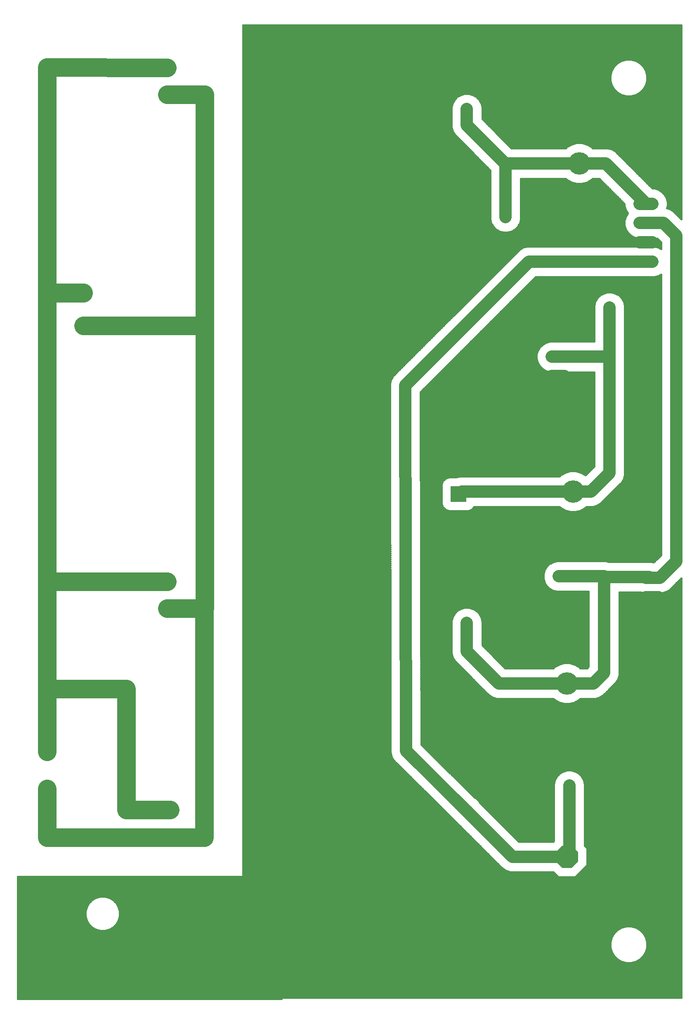
<source format=gbl>
G75*
%MOIN*%
%OFA0B0*%
%FSLAX25Y25*%
%IPPOS*%
%LPD*%
%AMOC8*
5,1,8,0,0,1.08239X$1,22.5*
%
%ADD10C,0.18100*%
%ADD11OC8,0.18100*%
%ADD12C,0.10000*%
%ADD13OC8,0.05200*%
%ADD14R,0.06496X0.06496*%
%ADD15C,0.06496*%
%ADD16R,0.12661X0.12661*%
%ADD17C,0.12661*%
%ADD18OC8,0.05600*%
%ADD19C,0.10039*%
%ADD20C,0.15000*%
%ADD21C,0.01600*%
D10*
X0458371Y0083800D03*
X0458371Y0263800D03*
X0463371Y0418800D03*
X0468371Y0683800D03*
D11*
X0468371Y0723800D03*
X0463371Y0458800D03*
X0458371Y0303800D03*
X0458371Y0123800D03*
D12*
X0460371Y0125800D01*
X0460371Y0181300D01*
X0458371Y0123800D02*
X0414371Y0123800D01*
X0377623Y0160548D01*
X0328371Y0209300D01*
X0327871Y0504300D01*
X0427985Y0604414D01*
X0522371Y0604414D01*
X0522371Y0635595D02*
X0536576Y0635595D01*
X0546871Y0625300D01*
X0546871Y0362300D01*
X0533666Y0349095D01*
X0527371Y0349095D01*
X0525421Y0349293D01*
X0524914Y0349800D01*
X0487871Y0349800D01*
X0488371Y0350300D01*
X0451871Y0350300D01*
X0488371Y0350300D02*
X0488371Y0272300D01*
X0479871Y0263800D01*
X0458371Y0263800D01*
X0403371Y0263800D01*
X0377623Y0289548D01*
X0377623Y0312619D01*
X0371284Y0416713D02*
X0373371Y0418800D01*
X0463371Y0418800D01*
X0477871Y0418800D01*
X0492871Y0433800D01*
X0492871Y0527595D01*
X0477076Y0527595D01*
X0492871Y0527800D01*
X0492871Y0567300D01*
X0492871Y0527800D02*
X0492871Y0527595D01*
X0477076Y0527595D02*
X0451371Y0527595D01*
X0463371Y0418800D02*
X0412371Y0418800D01*
X0371284Y0416713D02*
X0370930Y0416713D01*
X0408871Y0640300D02*
X0408871Y0683300D01*
X0409371Y0683800D01*
X0468371Y0683800D01*
X0489757Y0683800D01*
X0522371Y0651186D01*
X0409371Y0683800D02*
X0408371Y0683800D01*
X0377623Y0714548D01*
X0377623Y0727619D01*
X0135497Y0739300D02*
X0135497Y0739430D01*
X0067780Y0579300D02*
X0067780Y0579115D01*
X0038371Y0345800D02*
X0135497Y0345800D01*
X0135497Y0346083D01*
X0135497Y0324430D02*
X0135497Y0324300D01*
X0165371Y0324300D02*
X0165871Y0324300D01*
X0067713Y0258800D02*
X0057713Y0258800D01*
X0048028Y0258800D02*
X0038028Y0258800D01*
X0038371Y0258800D02*
X0043028Y0258800D01*
X0039528Y0139800D02*
X0049528Y0139800D01*
X0059213Y0139800D02*
X0069213Y0139800D01*
X0135497Y0139430D02*
X0135497Y0139300D01*
X0377623Y0127619D02*
X0377623Y0109548D01*
X0403371Y0083800D01*
X0458371Y0083800D01*
X0377623Y0160548D02*
X0377623Y0161083D01*
D13*
X0038371Y0178800D03*
X0038371Y0208800D03*
D14*
X0377623Y0161083D03*
X0377623Y0346083D03*
X0377623Y0761083D03*
D15*
X0377623Y0727619D03*
X0135497Y0739430D03*
X0135497Y0761083D03*
X0067780Y0579115D03*
X0067780Y0552540D03*
X0135497Y0346083D03*
X0135497Y0324430D03*
X0135497Y0161083D03*
X0135497Y0139430D03*
X0377623Y0127619D03*
X0377623Y0312619D03*
D16*
X0370930Y0416713D03*
D17*
X0370930Y0438367D03*
D18*
X0421871Y0350300D03*
X0451871Y0350300D03*
X0460371Y0181300D03*
X0430371Y0181300D03*
X0462871Y0567300D03*
X0492871Y0567300D03*
X0438871Y0640300D03*
X0408871Y0640300D03*
D19*
X0446351Y0527595D02*
X0456391Y0527595D01*
X0456391Y0512005D02*
X0446351Y0512005D01*
X0517351Y0604414D02*
X0527391Y0604414D01*
X0527391Y0620005D02*
X0517351Y0620005D01*
X0517351Y0635595D02*
X0527391Y0635595D01*
X0527391Y0651186D02*
X0517351Y0651186D01*
X0522351Y0349095D02*
X0532391Y0349095D01*
X0532391Y0333505D02*
X0522351Y0333505D01*
D20*
X0165871Y0324300D02*
X0165871Y0552540D01*
X0067780Y0552540D01*
X0067780Y0579115D02*
X0038371Y0579615D01*
X0038371Y0578800D01*
X0038371Y0346083D01*
X0135497Y0346083D01*
X0135497Y0324300D02*
X0165371Y0324300D01*
X0165371Y0139430D01*
X0135497Y0139430D01*
X0135497Y0139300D02*
X0038371Y0139300D01*
X0038371Y0178800D01*
X0038371Y0208800D02*
X0038371Y0258800D01*
X0038371Y0259300D02*
X0102371Y0259300D01*
X0102371Y0161800D01*
X0137871Y0161800D01*
X0038371Y0259300D02*
X0038371Y0345800D01*
X0038371Y0346083D01*
X0165871Y0552540D02*
X0165871Y0739300D01*
X0135497Y0739300D01*
X0135497Y0761083D02*
X0038371Y0761300D01*
X0038371Y0579615D01*
X0038371Y0578800D02*
X0067780Y0579300D01*
D21*
X0014771Y0107800D02*
X0014771Y0009200D01*
X0227871Y0009200D01*
X0227871Y0107800D01*
X0014771Y0107800D01*
X0014771Y0106703D02*
X0227871Y0106703D01*
X0227871Y0105105D02*
X0014771Y0105105D01*
X0014771Y0103506D02*
X0227871Y0103506D01*
X0227871Y0101908D02*
X0014771Y0101908D01*
X0014771Y0100309D02*
X0227871Y0100309D01*
X0227871Y0098711D02*
X0014771Y0098711D01*
X0014771Y0097112D02*
X0227871Y0097112D01*
X0227871Y0095514D02*
X0014771Y0095514D01*
X0014771Y0093915D02*
X0227871Y0093915D01*
X0227871Y0092317D02*
X0014771Y0092317D01*
X0014771Y0090718D02*
X0077996Y0090718D01*
X0078015Y0090729D02*
X0074851Y0088903D01*
X0072268Y0086319D01*
X0070441Y0083156D01*
X0069496Y0079627D01*
X0069496Y0075973D01*
X0070441Y0072444D01*
X0072268Y0069281D01*
X0074851Y0066697D01*
X0078015Y0064871D01*
X0081544Y0063925D01*
X0085198Y0063925D01*
X0088726Y0064871D01*
X0091890Y0066697D01*
X0094474Y0069281D01*
X0096300Y0072444D01*
X0097246Y0075973D01*
X0097246Y0079627D01*
X0096300Y0083156D01*
X0094474Y0086319D01*
X0091890Y0088903D01*
X0088726Y0090729D01*
X0085198Y0091675D01*
X0081544Y0091675D01*
X0078015Y0090729D01*
X0075227Y0089120D02*
X0014771Y0089120D01*
X0014771Y0087521D02*
X0073470Y0087521D01*
X0072039Y0085923D02*
X0014771Y0085923D01*
X0014771Y0084324D02*
X0071116Y0084324D01*
X0070326Y0082726D02*
X0014771Y0082726D01*
X0014771Y0081127D02*
X0069898Y0081127D01*
X0069496Y0079529D02*
X0014771Y0079529D01*
X0014771Y0077930D02*
X0069496Y0077930D01*
X0069496Y0076332D02*
X0014771Y0076332D01*
X0014771Y0074733D02*
X0069828Y0074733D01*
X0070257Y0073134D02*
X0014771Y0073134D01*
X0014771Y0071536D02*
X0070966Y0071536D01*
X0071889Y0069937D02*
X0014771Y0069937D01*
X0014771Y0068339D02*
X0073210Y0068339D01*
X0074808Y0066740D02*
X0014771Y0066740D01*
X0014771Y0065142D02*
X0077545Y0065142D01*
X0089196Y0065142D02*
X0227871Y0065142D01*
X0227871Y0066740D02*
X0091934Y0066740D01*
X0093532Y0068339D02*
X0227871Y0068339D01*
X0227871Y0069937D02*
X0094853Y0069937D01*
X0095776Y0071536D02*
X0227871Y0071536D01*
X0227871Y0073134D02*
X0096485Y0073134D01*
X0096914Y0074733D02*
X0227871Y0074733D01*
X0227871Y0076332D02*
X0097246Y0076332D01*
X0097246Y0077930D02*
X0227871Y0077930D01*
X0227871Y0079529D02*
X0097246Y0079529D01*
X0096844Y0081127D02*
X0227871Y0081127D01*
X0227871Y0082726D02*
X0096416Y0082726D01*
X0095626Y0084324D02*
X0227871Y0084324D01*
X0227871Y0085923D02*
X0094703Y0085923D01*
X0093272Y0087521D02*
X0227871Y0087521D01*
X0227871Y0089120D02*
X0091515Y0089120D01*
X0088746Y0090718D02*
X0227871Y0090718D01*
X0227871Y0063543D02*
X0014771Y0063543D01*
X0014771Y0061945D02*
X0227871Y0061945D01*
X0227871Y0060346D02*
X0014771Y0060346D01*
X0014771Y0058748D02*
X0227871Y0058748D01*
X0227871Y0057149D02*
X0014771Y0057149D01*
X0014771Y0055551D02*
X0227871Y0055551D01*
X0227871Y0053952D02*
X0014771Y0053952D01*
X0014771Y0052354D02*
X0227871Y0052354D01*
X0227871Y0050755D02*
X0014771Y0050755D01*
X0014771Y0049157D02*
X0227871Y0049157D01*
X0227871Y0047558D02*
X0014771Y0047558D01*
X0014771Y0045960D02*
X0227871Y0045960D01*
X0227871Y0044361D02*
X0014771Y0044361D01*
X0014771Y0042763D02*
X0227871Y0042763D01*
X0227871Y0041164D02*
X0014771Y0041164D01*
X0014771Y0039566D02*
X0227871Y0039566D01*
X0227871Y0037967D02*
X0014771Y0037967D01*
X0014771Y0036369D02*
X0227871Y0036369D01*
X0227871Y0034770D02*
X0014771Y0034770D01*
X0014771Y0033172D02*
X0227871Y0033172D01*
X0227871Y0031573D02*
X0014771Y0031573D01*
X0014771Y0029975D02*
X0227871Y0029975D01*
X0227871Y0028376D02*
X0014771Y0028376D01*
X0014771Y0026778D02*
X0227871Y0026778D01*
X0227871Y0025179D02*
X0014771Y0025179D01*
X0014771Y0023581D02*
X0227871Y0023581D01*
X0227871Y0021982D02*
X0014771Y0021982D01*
X0014771Y0020384D02*
X0227871Y0020384D01*
X0227871Y0018785D02*
X0014771Y0018785D01*
X0014771Y0017187D02*
X0227871Y0017187D01*
X0227871Y0015588D02*
X0014771Y0015588D01*
X0014771Y0013990D02*
X0227871Y0013990D01*
X0227871Y0012391D02*
X0014771Y0012391D01*
X0014771Y0010793D02*
X0227871Y0010793D01*
X0196871Y0010793D02*
X0550971Y0010793D01*
X0550971Y0010200D02*
X0196871Y0010200D01*
X0196871Y0795400D01*
X0550971Y0795400D01*
X0550971Y0638736D01*
X0544189Y0645518D01*
X0541362Y0647150D01*
X0539314Y0647699D01*
X0539810Y0649551D01*
X0539810Y0652821D01*
X0538964Y0655980D01*
X0537329Y0658812D01*
X0535016Y0661124D01*
X0532184Y0662759D01*
X0529026Y0663605D01*
X0527487Y0663605D01*
X0497370Y0693722D01*
X0494543Y0695355D01*
X0491389Y0696200D01*
X0479235Y0696200D01*
X0478471Y0696963D01*
X0474720Y0699129D01*
X0470537Y0700250D01*
X0466205Y0700250D01*
X0462021Y0699129D01*
X0458270Y0696963D01*
X0457507Y0696200D01*
X0413507Y0696200D01*
X0390023Y0719684D01*
X0390023Y0729251D01*
X0389178Y0732405D01*
X0387545Y0735233D01*
X0385237Y0737541D01*
X0382409Y0739174D01*
X0379255Y0740019D01*
X0375990Y0740019D01*
X0372837Y0739174D01*
X0370009Y0737541D01*
X0367700Y0735233D01*
X0366068Y0732405D01*
X0365223Y0729251D01*
X0365223Y0712916D01*
X0366068Y0709762D01*
X0367700Y0706934D01*
X0396471Y0678164D01*
X0396471Y0638667D01*
X0397316Y0635514D01*
X0398948Y0632686D01*
X0401257Y0630378D01*
X0404085Y0628745D01*
X0407238Y0627900D01*
X0410503Y0627900D01*
X0413657Y0628745D01*
X0416485Y0630378D01*
X0418793Y0632686D01*
X0420426Y0635514D01*
X0421271Y0638667D01*
X0421271Y0671400D01*
X0457507Y0671400D01*
X0458270Y0670637D01*
X0462021Y0668471D01*
X0466205Y0667350D01*
X0470537Y0667350D01*
X0474720Y0668471D01*
X0478471Y0670637D01*
X0479235Y0671400D01*
X0484620Y0671400D01*
X0504931Y0651089D01*
X0504931Y0649551D01*
X0505778Y0646392D01*
X0507413Y0643560D01*
X0507582Y0643391D01*
X0507413Y0643221D01*
X0505778Y0640389D01*
X0504931Y0637230D01*
X0504931Y0633960D01*
X0505778Y0630801D01*
X0507413Y0627969D01*
X0509725Y0625657D01*
X0512557Y0624022D01*
X0515716Y0623176D01*
X0529026Y0623176D01*
X0529099Y0623195D01*
X0531439Y0623195D01*
X0534471Y0620164D01*
X0534471Y0614667D01*
X0532184Y0615987D01*
X0529026Y0616834D01*
X0515716Y0616834D01*
X0515643Y0616814D01*
X0426353Y0616814D01*
X0423199Y0615969D01*
X0420371Y0614337D01*
X0320250Y0514215D01*
X0320240Y0514210D01*
X0319099Y0513064D01*
X0317948Y0511914D01*
X0317943Y0511904D01*
X0317936Y0511897D01*
X0317129Y0510494D01*
X0316316Y0509086D01*
X0316313Y0509076D01*
X0316308Y0509067D01*
X0315891Y0507502D01*
X0315471Y0505932D01*
X0315471Y0505922D01*
X0315468Y0505911D01*
X0315471Y0504293D01*
X0315471Y0502667D01*
X0315474Y0502657D01*
X0315968Y0210890D01*
X0315963Y0210869D01*
X0315971Y0209259D01*
X0315974Y0207646D01*
X0315979Y0207626D01*
X0315979Y0207604D01*
X0316404Y0206052D01*
X0316824Y0204494D01*
X0316835Y0204476D01*
X0316840Y0204455D01*
X0317653Y0203063D01*
X0318461Y0201669D01*
X0318477Y0201654D01*
X0318487Y0201636D01*
X0319635Y0200500D01*
X0320774Y0199365D01*
X0320793Y0199354D01*
X0368877Y0151758D01*
X0404448Y0116186D01*
X0406757Y0113878D01*
X0409585Y0112245D01*
X0412738Y0111400D01*
X0447507Y0111400D01*
X0451557Y0107350D01*
X0465185Y0107350D01*
X0474821Y0116986D01*
X0474821Y0130614D01*
X0472771Y0132664D01*
X0472771Y0182932D01*
X0471926Y0186086D01*
X0470293Y0188914D01*
X0467985Y0191222D01*
X0465157Y0192855D01*
X0462003Y0193700D01*
X0458738Y0193700D01*
X0455585Y0192855D01*
X0452757Y0191222D01*
X0450448Y0188914D01*
X0448816Y0186086D01*
X0447971Y0182932D01*
X0447971Y0136664D01*
X0447507Y0136200D01*
X0419507Y0136200D01*
X0388277Y0167430D01*
X0387545Y0168697D01*
X0385237Y0171006D01*
X0383911Y0171771D01*
X0340762Y0214482D01*
X0340280Y0499172D01*
X0433121Y0592014D01*
X0515643Y0592014D01*
X0515716Y0591994D01*
X0529026Y0591994D01*
X0532184Y0592841D01*
X0534471Y0594161D01*
X0534471Y0367436D01*
X0528667Y0361632D01*
X0526547Y0362200D01*
X0491869Y0362200D01*
X0490003Y0362700D01*
X0450238Y0362700D01*
X0447085Y0361855D01*
X0444257Y0360222D01*
X0441948Y0357914D01*
X0440316Y0355086D01*
X0439471Y0351932D01*
X0439471Y0348667D01*
X0440316Y0345514D01*
X0441948Y0342686D01*
X0444257Y0340378D01*
X0447085Y0338745D01*
X0450238Y0337900D01*
X0475971Y0337900D01*
X0475971Y0277436D01*
X0474735Y0276200D01*
X0469235Y0276200D01*
X0468471Y0276963D01*
X0464720Y0279129D01*
X0460537Y0280250D01*
X0456205Y0280250D01*
X0452021Y0279129D01*
X0448270Y0276963D01*
X0447507Y0276200D01*
X0408507Y0276200D01*
X0390023Y0294684D01*
X0390023Y0314251D01*
X0389178Y0317405D01*
X0387545Y0320233D01*
X0385237Y0322541D01*
X0382409Y0324174D01*
X0379255Y0325019D01*
X0375990Y0325019D01*
X0372837Y0324174D01*
X0370009Y0322541D01*
X0367700Y0320233D01*
X0366068Y0317405D01*
X0365223Y0314251D01*
X0365223Y0287916D01*
X0366068Y0284762D01*
X0367700Y0281934D01*
X0393448Y0256186D01*
X0395757Y0253878D01*
X0398585Y0252245D01*
X0401738Y0251400D01*
X0447507Y0251400D01*
X0448270Y0250637D01*
X0452021Y0248471D01*
X0456205Y0247350D01*
X0460537Y0247350D01*
X0464720Y0248471D01*
X0468471Y0250637D01*
X0469235Y0251400D01*
X0481503Y0251400D01*
X0484657Y0252245D01*
X0487485Y0253878D01*
X0489793Y0256186D01*
X0489793Y0256186D01*
X0495985Y0262378D01*
X0498293Y0264686D01*
X0499926Y0267514D01*
X0500771Y0270667D01*
X0500771Y0337400D01*
X0518013Y0337400D01*
X0520716Y0336676D01*
X0526936Y0336676D01*
X0527742Y0336594D01*
X0528247Y0336676D01*
X0534026Y0336676D01*
X0534099Y0336695D01*
X0535299Y0336695D01*
X0538452Y0337540D01*
X0541280Y0339173D01*
X0550971Y0348864D01*
X0550971Y0010200D01*
X0550971Y0012391D02*
X0196871Y0012391D01*
X0196871Y0013990D02*
X0550971Y0013990D01*
X0550971Y0015588D02*
X0196871Y0015588D01*
X0196871Y0017187D02*
X0550971Y0017187D01*
X0550971Y0018785D02*
X0196871Y0018785D01*
X0196871Y0020384D02*
X0550971Y0020384D01*
X0550971Y0021982D02*
X0196871Y0021982D01*
X0196871Y0023581D02*
X0550971Y0023581D01*
X0550971Y0025179D02*
X0196871Y0025179D01*
X0196871Y0026778D02*
X0550971Y0026778D01*
X0550971Y0028376D02*
X0196871Y0028376D01*
X0196871Y0029975D02*
X0550971Y0029975D01*
X0550971Y0031573D02*
X0196871Y0031573D01*
X0196871Y0033172D02*
X0550971Y0033172D01*
X0550971Y0034770D02*
X0196871Y0034770D01*
X0196871Y0036369D02*
X0550971Y0036369D01*
X0550971Y0037967D02*
X0510487Y0037967D01*
X0510329Y0037925D02*
X0514112Y0038939D01*
X0517504Y0040897D01*
X0520274Y0043667D01*
X0522232Y0047058D01*
X0523246Y0050842D01*
X0523246Y0054758D01*
X0522232Y0058542D01*
X0520274Y0061933D01*
X0517504Y0064703D01*
X0514112Y0066661D01*
X0510329Y0067675D01*
X0506413Y0067675D01*
X0502629Y0066661D01*
X0499237Y0064703D01*
X0496468Y0061933D01*
X0494510Y0058542D01*
X0493496Y0054758D01*
X0493496Y0050842D01*
X0494510Y0047058D01*
X0496468Y0043667D01*
X0499237Y0040897D01*
X0502629Y0038939D01*
X0506413Y0037925D01*
X0510329Y0037925D01*
X0506255Y0037967D02*
X0196871Y0037967D01*
X0196871Y0039566D02*
X0501543Y0039566D01*
X0498970Y0041164D02*
X0196871Y0041164D01*
X0196871Y0042763D02*
X0497372Y0042763D01*
X0496067Y0044361D02*
X0196871Y0044361D01*
X0196871Y0045960D02*
X0495144Y0045960D01*
X0494376Y0047558D02*
X0196871Y0047558D01*
X0196871Y0049157D02*
X0493947Y0049157D01*
X0493519Y0050755D02*
X0196871Y0050755D01*
X0196871Y0052354D02*
X0493496Y0052354D01*
X0493496Y0053952D02*
X0196871Y0053952D01*
X0196871Y0055551D02*
X0493708Y0055551D01*
X0494137Y0057149D02*
X0196871Y0057149D01*
X0196871Y0058748D02*
X0494629Y0058748D01*
X0495552Y0060346D02*
X0196871Y0060346D01*
X0196871Y0061945D02*
X0496479Y0061945D01*
X0498078Y0063543D02*
X0196871Y0063543D01*
X0196871Y0065142D02*
X0499998Y0065142D01*
X0502925Y0066740D02*
X0196871Y0066740D01*
X0196871Y0068339D02*
X0550971Y0068339D01*
X0550971Y0069937D02*
X0196871Y0069937D01*
X0196871Y0071536D02*
X0550971Y0071536D01*
X0550971Y0073134D02*
X0196871Y0073134D01*
X0196871Y0074733D02*
X0550971Y0074733D01*
X0550971Y0076332D02*
X0196871Y0076332D01*
X0196871Y0077930D02*
X0550971Y0077930D01*
X0550971Y0079529D02*
X0196871Y0079529D01*
X0196871Y0081127D02*
X0550971Y0081127D01*
X0550971Y0082726D02*
X0196871Y0082726D01*
X0196871Y0084324D02*
X0550971Y0084324D01*
X0550971Y0085923D02*
X0196871Y0085923D01*
X0196871Y0087521D02*
X0550971Y0087521D01*
X0550971Y0089120D02*
X0196871Y0089120D01*
X0196871Y0090718D02*
X0550971Y0090718D01*
X0550971Y0092317D02*
X0196871Y0092317D01*
X0196871Y0093915D02*
X0550971Y0093915D01*
X0550971Y0095514D02*
X0196871Y0095514D01*
X0196871Y0097112D02*
X0550971Y0097112D01*
X0550971Y0098711D02*
X0196871Y0098711D01*
X0196871Y0100309D02*
X0550971Y0100309D01*
X0550971Y0101908D02*
X0196871Y0101908D01*
X0196871Y0103506D02*
X0550971Y0103506D01*
X0550971Y0105105D02*
X0196871Y0105105D01*
X0196871Y0106703D02*
X0550971Y0106703D01*
X0550971Y0108302D02*
X0466136Y0108302D01*
X0467735Y0109900D02*
X0550971Y0109900D01*
X0550971Y0111499D02*
X0469333Y0111499D01*
X0470932Y0113097D02*
X0550971Y0113097D01*
X0550971Y0114696D02*
X0472530Y0114696D01*
X0474129Y0116294D02*
X0550971Y0116294D01*
X0550971Y0117893D02*
X0474821Y0117893D01*
X0474821Y0119491D02*
X0550971Y0119491D01*
X0550971Y0121090D02*
X0474821Y0121090D01*
X0474821Y0122688D02*
X0550971Y0122688D01*
X0550971Y0124287D02*
X0474821Y0124287D01*
X0474821Y0125885D02*
X0550971Y0125885D01*
X0550971Y0127484D02*
X0474821Y0127484D01*
X0474821Y0129082D02*
X0550971Y0129082D01*
X0550971Y0130681D02*
X0474754Y0130681D01*
X0473155Y0132279D02*
X0550971Y0132279D01*
X0550971Y0133878D02*
X0472771Y0133878D01*
X0472771Y0135476D02*
X0550971Y0135476D01*
X0550971Y0137075D02*
X0472771Y0137075D01*
X0472771Y0138673D02*
X0550971Y0138673D01*
X0550971Y0140272D02*
X0472771Y0140272D01*
X0472771Y0141870D02*
X0550971Y0141870D01*
X0550971Y0143469D02*
X0472771Y0143469D01*
X0472771Y0145068D02*
X0550971Y0145068D01*
X0550971Y0146666D02*
X0472771Y0146666D01*
X0472771Y0148265D02*
X0550971Y0148265D01*
X0550971Y0149863D02*
X0472771Y0149863D01*
X0472771Y0151462D02*
X0550971Y0151462D01*
X0550971Y0153060D02*
X0472771Y0153060D01*
X0472771Y0154659D02*
X0550971Y0154659D01*
X0550971Y0156257D02*
X0472771Y0156257D01*
X0472771Y0157856D02*
X0550971Y0157856D01*
X0550971Y0159454D02*
X0472771Y0159454D01*
X0472771Y0161053D02*
X0550971Y0161053D01*
X0550971Y0162651D02*
X0472771Y0162651D01*
X0472771Y0164250D02*
X0550971Y0164250D01*
X0550971Y0165848D02*
X0472771Y0165848D01*
X0472771Y0167447D02*
X0550971Y0167447D01*
X0550971Y0169045D02*
X0472771Y0169045D01*
X0472771Y0170644D02*
X0550971Y0170644D01*
X0550971Y0172242D02*
X0472771Y0172242D01*
X0472771Y0173841D02*
X0550971Y0173841D01*
X0550971Y0175439D02*
X0472771Y0175439D01*
X0472771Y0177038D02*
X0550971Y0177038D01*
X0550971Y0178636D02*
X0472771Y0178636D01*
X0472771Y0180235D02*
X0550971Y0180235D01*
X0550971Y0181833D02*
X0472771Y0181833D01*
X0472637Y0183432D02*
X0550971Y0183432D01*
X0550971Y0185030D02*
X0472209Y0185030D01*
X0471613Y0186629D02*
X0550971Y0186629D01*
X0550971Y0188227D02*
X0470690Y0188227D01*
X0469381Y0189826D02*
X0550971Y0189826D01*
X0550971Y0191424D02*
X0467635Y0191424D01*
X0464530Y0193023D02*
X0550971Y0193023D01*
X0550971Y0194621D02*
X0360826Y0194621D01*
X0359212Y0196220D02*
X0550971Y0196220D01*
X0550971Y0197818D02*
X0357597Y0197818D01*
X0355982Y0199417D02*
X0550971Y0199417D01*
X0550971Y0201015D02*
X0354367Y0201015D01*
X0352752Y0202614D02*
X0550971Y0202614D01*
X0550971Y0204212D02*
X0351137Y0204212D01*
X0349522Y0205811D02*
X0550971Y0205811D01*
X0550971Y0207409D02*
X0347907Y0207409D01*
X0346292Y0209008D02*
X0550971Y0209008D01*
X0550971Y0210606D02*
X0344677Y0210606D01*
X0343062Y0212205D02*
X0550971Y0212205D01*
X0550971Y0213803D02*
X0341448Y0213803D01*
X0340761Y0215402D02*
X0550971Y0215402D01*
X0550971Y0217001D02*
X0340758Y0217001D01*
X0340755Y0218599D02*
X0550971Y0218599D01*
X0550971Y0220198D02*
X0340752Y0220198D01*
X0340750Y0221796D02*
X0550971Y0221796D01*
X0550971Y0223395D02*
X0340747Y0223395D01*
X0340744Y0224993D02*
X0550971Y0224993D01*
X0550971Y0226592D02*
X0340742Y0226592D01*
X0340739Y0228190D02*
X0550971Y0228190D01*
X0550971Y0229789D02*
X0340736Y0229789D01*
X0340733Y0231387D02*
X0550971Y0231387D01*
X0550971Y0232986D02*
X0340731Y0232986D01*
X0340728Y0234584D02*
X0550971Y0234584D01*
X0550971Y0236183D02*
X0340725Y0236183D01*
X0340723Y0237781D02*
X0550971Y0237781D01*
X0550971Y0239380D02*
X0340720Y0239380D01*
X0340717Y0240978D02*
X0550971Y0240978D01*
X0550971Y0242577D02*
X0340714Y0242577D01*
X0340712Y0244175D02*
X0550971Y0244175D01*
X0550971Y0245774D02*
X0340709Y0245774D01*
X0340706Y0247372D02*
X0456122Y0247372D01*
X0460620Y0247372D02*
X0550971Y0247372D01*
X0550971Y0248971D02*
X0465586Y0248971D01*
X0468355Y0250569D02*
X0550971Y0250569D01*
X0550971Y0252168D02*
X0484369Y0252168D01*
X0487292Y0253766D02*
X0550971Y0253766D01*
X0550971Y0255365D02*
X0488972Y0255365D01*
X0490570Y0256963D02*
X0550971Y0256963D01*
X0550971Y0258562D02*
X0492169Y0258562D01*
X0493767Y0260160D02*
X0550971Y0260160D01*
X0550971Y0261759D02*
X0495366Y0261759D01*
X0495985Y0262378D02*
X0495985Y0262378D01*
X0496964Y0263357D02*
X0550971Y0263357D01*
X0550971Y0264956D02*
X0498449Y0264956D01*
X0499372Y0266554D02*
X0550971Y0266554D01*
X0550971Y0268153D02*
X0500097Y0268153D01*
X0500525Y0269751D02*
X0550971Y0269751D01*
X0550971Y0271350D02*
X0500771Y0271350D01*
X0500771Y0272948D02*
X0550971Y0272948D01*
X0550971Y0274547D02*
X0500771Y0274547D01*
X0500771Y0276145D02*
X0550971Y0276145D01*
X0550971Y0277744D02*
X0500771Y0277744D01*
X0500771Y0279342D02*
X0550971Y0279342D01*
X0550971Y0280941D02*
X0500771Y0280941D01*
X0500771Y0282539D02*
X0550971Y0282539D01*
X0550971Y0284138D02*
X0500771Y0284138D01*
X0500771Y0285737D02*
X0550971Y0285737D01*
X0550971Y0287335D02*
X0500771Y0287335D01*
X0500771Y0288934D02*
X0550971Y0288934D01*
X0550971Y0290532D02*
X0500771Y0290532D01*
X0500771Y0292131D02*
X0550971Y0292131D01*
X0550971Y0293729D02*
X0500771Y0293729D01*
X0500771Y0295328D02*
X0550971Y0295328D01*
X0550971Y0296926D02*
X0500771Y0296926D01*
X0500771Y0298525D02*
X0550971Y0298525D01*
X0550971Y0300123D02*
X0500771Y0300123D01*
X0500771Y0301722D02*
X0550971Y0301722D01*
X0550971Y0303320D02*
X0500771Y0303320D01*
X0500771Y0304919D02*
X0550971Y0304919D01*
X0550971Y0306517D02*
X0500771Y0306517D01*
X0500771Y0308116D02*
X0550971Y0308116D01*
X0550971Y0309714D02*
X0500771Y0309714D01*
X0500771Y0311313D02*
X0550971Y0311313D01*
X0550971Y0312911D02*
X0500771Y0312911D01*
X0500771Y0314510D02*
X0550971Y0314510D01*
X0550971Y0316108D02*
X0500771Y0316108D01*
X0500771Y0317707D02*
X0550971Y0317707D01*
X0550971Y0319305D02*
X0500771Y0319305D01*
X0500771Y0320904D02*
X0550971Y0320904D01*
X0550971Y0322502D02*
X0500771Y0322502D01*
X0500771Y0324101D02*
X0550971Y0324101D01*
X0550971Y0325699D02*
X0500771Y0325699D01*
X0500771Y0327298D02*
X0550971Y0327298D01*
X0550971Y0328896D02*
X0500771Y0328896D01*
X0500771Y0330495D02*
X0550971Y0330495D01*
X0550971Y0332093D02*
X0500771Y0332093D01*
X0500771Y0333692D02*
X0550971Y0333692D01*
X0550971Y0335290D02*
X0500771Y0335290D01*
X0500771Y0336889D02*
X0519920Y0336889D01*
X0536021Y0336889D02*
X0550971Y0336889D01*
X0550971Y0338487D02*
X0540093Y0338487D01*
X0542193Y0340086D02*
X0550971Y0340086D01*
X0550971Y0341684D02*
X0543791Y0341684D01*
X0545390Y0343283D02*
X0550971Y0343283D01*
X0550971Y0344881D02*
X0546989Y0344881D01*
X0548587Y0346480D02*
X0550971Y0346480D01*
X0550971Y0348078D02*
X0550186Y0348078D01*
X0532697Y0365662D02*
X0340506Y0365662D01*
X0340509Y0364064D02*
X0531098Y0364064D01*
X0529500Y0362465D02*
X0490880Y0362465D01*
X0475971Y0336889D02*
X0340555Y0336889D01*
X0340552Y0338487D02*
X0448046Y0338487D01*
X0444762Y0340086D02*
X0340549Y0340086D01*
X0340546Y0341684D02*
X0442950Y0341684D01*
X0441604Y0343283D02*
X0340544Y0343283D01*
X0340541Y0344881D02*
X0440681Y0344881D01*
X0440057Y0346480D02*
X0340538Y0346480D01*
X0340536Y0348078D02*
X0439629Y0348078D01*
X0439471Y0349677D02*
X0340533Y0349677D01*
X0340530Y0351275D02*
X0439471Y0351275D01*
X0439723Y0352874D02*
X0340528Y0352874D01*
X0340525Y0354472D02*
X0440151Y0354472D01*
X0440884Y0356071D02*
X0340522Y0356071D01*
X0340519Y0357670D02*
X0441807Y0357670D01*
X0443303Y0359268D02*
X0340517Y0359268D01*
X0340514Y0360867D02*
X0445373Y0360867D01*
X0449362Y0362465D02*
X0340511Y0362465D01*
X0340503Y0367261D02*
X0534295Y0367261D01*
X0534471Y0368859D02*
X0340500Y0368859D01*
X0340498Y0370458D02*
X0534471Y0370458D01*
X0534471Y0372056D02*
X0340495Y0372056D01*
X0340492Y0373655D02*
X0534471Y0373655D01*
X0534471Y0375253D02*
X0340490Y0375253D01*
X0340487Y0376852D02*
X0534471Y0376852D01*
X0534471Y0378450D02*
X0340484Y0378450D01*
X0340481Y0380049D02*
X0534471Y0380049D01*
X0534471Y0381647D02*
X0340479Y0381647D01*
X0340476Y0383246D02*
X0534471Y0383246D01*
X0534471Y0384844D02*
X0340473Y0384844D01*
X0340471Y0386443D02*
X0534471Y0386443D01*
X0534471Y0388041D02*
X0340468Y0388041D01*
X0340465Y0389640D02*
X0534471Y0389640D01*
X0534471Y0391238D02*
X0340463Y0391238D01*
X0340460Y0392837D02*
X0534471Y0392837D01*
X0534471Y0394435D02*
X0340457Y0394435D01*
X0340454Y0396034D02*
X0534471Y0396034D01*
X0534471Y0397632D02*
X0340452Y0397632D01*
X0340449Y0399231D02*
X0534471Y0399231D01*
X0534471Y0400829D02*
X0340446Y0400829D01*
X0340444Y0402428D02*
X0460915Y0402428D01*
X0461205Y0402350D02*
X0465537Y0402350D01*
X0469720Y0403471D01*
X0473471Y0405637D01*
X0474235Y0406400D01*
X0479503Y0406400D01*
X0482657Y0407245D01*
X0485485Y0408878D01*
X0500485Y0423878D01*
X0502793Y0426186D01*
X0504426Y0429014D01*
X0505271Y0432167D01*
X0505271Y0526249D01*
X0505291Y0526328D01*
X0505271Y0527880D01*
X0505271Y0568932D01*
X0504426Y0572086D01*
X0502793Y0574914D01*
X0500485Y0577222D01*
X0497657Y0578855D01*
X0494503Y0579700D01*
X0491238Y0579700D01*
X0488085Y0578855D01*
X0485257Y0577222D01*
X0482948Y0574914D01*
X0481316Y0572086D01*
X0480471Y0568932D01*
X0480471Y0540040D01*
X0476995Y0539995D01*
X0458099Y0539995D01*
X0458026Y0540015D01*
X0444716Y0540015D01*
X0441557Y0539169D01*
X0438725Y0537533D01*
X0436413Y0535221D01*
X0434778Y0532389D01*
X0433931Y0529230D01*
X0433931Y0525960D01*
X0434778Y0522801D01*
X0436413Y0519969D01*
X0438725Y0517657D01*
X0441557Y0516022D01*
X0444716Y0515176D01*
X0458026Y0515176D01*
X0458099Y0515195D01*
X0475525Y0515195D01*
X0475604Y0515175D01*
X0477156Y0515195D01*
X0480471Y0515195D01*
X0480471Y0438936D01*
X0473485Y0431950D01*
X0473471Y0431963D01*
X0469720Y0434129D01*
X0465537Y0435250D01*
X0461205Y0435250D01*
X0457021Y0434129D01*
X0453270Y0431963D01*
X0452507Y0431200D01*
X0371738Y0431200D01*
X0368917Y0430444D01*
X0363127Y0430444D01*
X0360407Y0429317D01*
X0358326Y0427236D01*
X0357199Y0424516D01*
X0357199Y0408911D01*
X0358326Y0406191D01*
X0360407Y0404109D01*
X0363127Y0402983D01*
X0378733Y0402983D01*
X0381452Y0404109D01*
X0383534Y0406191D01*
X0383621Y0406400D01*
X0452507Y0406400D01*
X0453270Y0405637D01*
X0457021Y0403471D01*
X0461205Y0402350D01*
X0465827Y0402428D02*
X0534471Y0402428D01*
X0534471Y0404026D02*
X0470682Y0404026D01*
X0473451Y0405625D02*
X0534471Y0405625D01*
X0534471Y0407223D02*
X0482576Y0407223D01*
X0485388Y0408822D02*
X0534471Y0408822D01*
X0534471Y0410420D02*
X0487027Y0410420D01*
X0488626Y0412019D02*
X0534471Y0412019D01*
X0534471Y0413617D02*
X0490225Y0413617D01*
X0491823Y0415216D02*
X0534471Y0415216D01*
X0534471Y0416814D02*
X0493422Y0416814D01*
X0495020Y0418413D02*
X0534471Y0418413D01*
X0534471Y0420011D02*
X0496619Y0420011D01*
X0498217Y0421610D02*
X0534471Y0421610D01*
X0534471Y0423208D02*
X0499816Y0423208D01*
X0501414Y0424807D02*
X0534471Y0424807D01*
X0534471Y0426405D02*
X0502920Y0426405D01*
X0503843Y0428004D02*
X0534471Y0428004D01*
X0534471Y0429603D02*
X0504584Y0429603D01*
X0505012Y0431201D02*
X0534471Y0431201D01*
X0534471Y0432800D02*
X0505271Y0432800D01*
X0505271Y0434398D02*
X0534471Y0434398D01*
X0534471Y0435997D02*
X0505271Y0435997D01*
X0505271Y0437595D02*
X0534471Y0437595D01*
X0534471Y0439194D02*
X0505271Y0439194D01*
X0505271Y0440792D02*
X0534471Y0440792D01*
X0534471Y0442391D02*
X0505271Y0442391D01*
X0505271Y0443989D02*
X0534471Y0443989D01*
X0534471Y0445588D02*
X0505271Y0445588D01*
X0505271Y0447186D02*
X0534471Y0447186D01*
X0534471Y0448785D02*
X0505271Y0448785D01*
X0505271Y0450383D02*
X0534471Y0450383D01*
X0534471Y0451982D02*
X0505271Y0451982D01*
X0505271Y0453580D02*
X0534471Y0453580D01*
X0534471Y0455179D02*
X0505271Y0455179D01*
X0505271Y0456777D02*
X0534471Y0456777D01*
X0534471Y0458376D02*
X0505271Y0458376D01*
X0505271Y0459974D02*
X0534471Y0459974D01*
X0534471Y0461573D02*
X0505271Y0461573D01*
X0505271Y0463171D02*
X0534471Y0463171D01*
X0534471Y0464770D02*
X0505271Y0464770D01*
X0505271Y0466368D02*
X0534471Y0466368D01*
X0534471Y0467967D02*
X0505271Y0467967D01*
X0505271Y0469565D02*
X0534471Y0469565D01*
X0534471Y0471164D02*
X0505271Y0471164D01*
X0505271Y0472762D02*
X0534471Y0472762D01*
X0534471Y0474361D02*
X0505271Y0474361D01*
X0505271Y0475959D02*
X0534471Y0475959D01*
X0534471Y0477558D02*
X0505271Y0477558D01*
X0505271Y0479156D02*
X0534471Y0479156D01*
X0534471Y0480755D02*
X0505271Y0480755D01*
X0505271Y0482353D02*
X0534471Y0482353D01*
X0534471Y0483952D02*
X0505271Y0483952D01*
X0505271Y0485550D02*
X0534471Y0485550D01*
X0534471Y0487149D02*
X0505271Y0487149D01*
X0505271Y0488747D02*
X0534471Y0488747D01*
X0534471Y0490346D02*
X0505271Y0490346D01*
X0505271Y0491944D02*
X0534471Y0491944D01*
X0534471Y0493543D02*
X0505271Y0493543D01*
X0505271Y0495141D02*
X0534471Y0495141D01*
X0534471Y0496740D02*
X0505271Y0496740D01*
X0505271Y0498339D02*
X0534471Y0498339D01*
X0534471Y0499937D02*
X0505271Y0499937D01*
X0505271Y0501536D02*
X0534471Y0501536D01*
X0534471Y0503134D02*
X0505271Y0503134D01*
X0505271Y0504733D02*
X0534471Y0504733D01*
X0534471Y0506331D02*
X0505271Y0506331D01*
X0505271Y0507930D02*
X0534471Y0507930D01*
X0534471Y0509528D02*
X0505271Y0509528D01*
X0505271Y0511127D02*
X0534471Y0511127D01*
X0534471Y0512725D02*
X0505271Y0512725D01*
X0505271Y0514324D02*
X0534471Y0514324D01*
X0534471Y0515922D02*
X0505271Y0515922D01*
X0505271Y0517521D02*
X0534471Y0517521D01*
X0534471Y0519119D02*
X0505271Y0519119D01*
X0505271Y0520718D02*
X0534471Y0520718D01*
X0534471Y0522316D02*
X0505271Y0522316D01*
X0505271Y0523915D02*
X0534471Y0523915D01*
X0534471Y0525513D02*
X0505271Y0525513D01*
X0505281Y0527112D02*
X0534471Y0527112D01*
X0534471Y0528710D02*
X0505271Y0528710D01*
X0505271Y0530309D02*
X0534471Y0530309D01*
X0534471Y0531907D02*
X0505271Y0531907D01*
X0505271Y0533506D02*
X0534471Y0533506D01*
X0534471Y0535104D02*
X0505271Y0535104D01*
X0505271Y0536703D02*
X0534471Y0536703D01*
X0534471Y0538301D02*
X0505271Y0538301D01*
X0505271Y0539900D02*
X0534471Y0539900D01*
X0534471Y0541498D02*
X0505271Y0541498D01*
X0505271Y0543097D02*
X0534471Y0543097D01*
X0534471Y0544695D02*
X0505271Y0544695D01*
X0505271Y0546294D02*
X0534471Y0546294D01*
X0534471Y0547892D02*
X0505271Y0547892D01*
X0505271Y0549491D02*
X0534471Y0549491D01*
X0534471Y0551089D02*
X0505271Y0551089D01*
X0505271Y0552688D02*
X0534471Y0552688D01*
X0534471Y0554286D02*
X0505271Y0554286D01*
X0505271Y0555885D02*
X0534471Y0555885D01*
X0534471Y0557483D02*
X0505271Y0557483D01*
X0505271Y0559082D02*
X0534471Y0559082D01*
X0534471Y0560680D02*
X0505271Y0560680D01*
X0505271Y0562279D02*
X0534471Y0562279D01*
X0534471Y0563877D02*
X0505271Y0563877D01*
X0505271Y0565476D02*
X0534471Y0565476D01*
X0534471Y0567074D02*
X0505271Y0567074D01*
X0505271Y0568673D02*
X0534471Y0568673D01*
X0534471Y0570272D02*
X0504912Y0570272D01*
X0504484Y0571870D02*
X0534471Y0571870D01*
X0534471Y0573469D02*
X0503628Y0573469D01*
X0502640Y0575067D02*
X0534471Y0575067D01*
X0534471Y0576666D02*
X0501042Y0576666D01*
X0498681Y0578264D02*
X0534471Y0578264D01*
X0534471Y0579863D02*
X0420970Y0579863D01*
X0422568Y0581461D02*
X0534471Y0581461D01*
X0534471Y0583060D02*
X0424167Y0583060D01*
X0425765Y0584658D02*
X0534471Y0584658D01*
X0534471Y0586257D02*
X0427364Y0586257D01*
X0428962Y0587855D02*
X0534471Y0587855D01*
X0534471Y0589454D02*
X0430561Y0589454D01*
X0432159Y0591052D02*
X0534471Y0591052D01*
X0534471Y0592651D02*
X0531475Y0592651D01*
X0533843Y0615030D02*
X0534471Y0615030D01*
X0534471Y0616628D02*
X0529793Y0616628D01*
X0534471Y0618227D02*
X0196871Y0618227D01*
X0196871Y0619825D02*
X0534471Y0619825D01*
X0533211Y0621424D02*
X0196871Y0621424D01*
X0196871Y0623022D02*
X0531612Y0623022D01*
X0511520Y0624621D02*
X0196871Y0624621D01*
X0196871Y0626219D02*
X0509163Y0626219D01*
X0507564Y0627818D02*
X0196871Y0627818D01*
X0196871Y0629416D02*
X0402922Y0629416D01*
X0400620Y0631015D02*
X0196871Y0631015D01*
X0196871Y0632613D02*
X0399021Y0632613D01*
X0398067Y0634212D02*
X0196871Y0634212D01*
X0196871Y0635810D02*
X0397236Y0635810D01*
X0396808Y0637409D02*
X0196871Y0637409D01*
X0196871Y0639008D02*
X0396471Y0639008D01*
X0396471Y0640606D02*
X0196871Y0640606D01*
X0196871Y0642205D02*
X0396471Y0642205D01*
X0396471Y0643803D02*
X0196871Y0643803D01*
X0196871Y0645402D02*
X0396471Y0645402D01*
X0396471Y0647000D02*
X0196871Y0647000D01*
X0196871Y0648599D02*
X0396471Y0648599D01*
X0396471Y0650197D02*
X0196871Y0650197D01*
X0196871Y0651796D02*
X0396471Y0651796D01*
X0396471Y0653394D02*
X0196871Y0653394D01*
X0196871Y0654993D02*
X0396471Y0654993D01*
X0396471Y0656591D02*
X0196871Y0656591D01*
X0196871Y0658190D02*
X0396471Y0658190D01*
X0396471Y0659788D02*
X0196871Y0659788D01*
X0196871Y0661387D02*
X0396471Y0661387D01*
X0396471Y0662985D02*
X0196871Y0662985D01*
X0196871Y0664584D02*
X0396471Y0664584D01*
X0396471Y0666182D02*
X0196871Y0666182D01*
X0196871Y0667781D02*
X0396471Y0667781D01*
X0396471Y0669379D02*
X0196871Y0669379D01*
X0196871Y0670978D02*
X0396471Y0670978D01*
X0396471Y0672576D02*
X0196871Y0672576D01*
X0196871Y0674175D02*
X0396471Y0674175D01*
X0396471Y0675773D02*
X0196871Y0675773D01*
X0196871Y0677372D02*
X0396471Y0677372D01*
X0395664Y0678970D02*
X0196871Y0678970D01*
X0196871Y0680569D02*
X0394066Y0680569D01*
X0392467Y0682167D02*
X0196871Y0682167D01*
X0196871Y0683766D02*
X0390869Y0683766D01*
X0389270Y0685364D02*
X0196871Y0685364D01*
X0196871Y0686963D02*
X0387672Y0686963D01*
X0386073Y0688561D02*
X0196871Y0688561D01*
X0196871Y0690160D02*
X0384475Y0690160D01*
X0382876Y0691758D02*
X0196871Y0691758D01*
X0196871Y0693357D02*
X0381278Y0693357D01*
X0379679Y0694955D02*
X0196871Y0694955D01*
X0196871Y0696554D02*
X0378081Y0696554D01*
X0376482Y0698152D02*
X0196871Y0698152D01*
X0196871Y0699751D02*
X0374884Y0699751D01*
X0373285Y0701349D02*
X0196871Y0701349D01*
X0196871Y0702948D02*
X0371687Y0702948D01*
X0370088Y0704546D02*
X0196871Y0704546D01*
X0196871Y0706145D02*
X0368490Y0706145D01*
X0367233Y0707743D02*
X0196871Y0707743D01*
X0196871Y0709342D02*
X0366310Y0709342D01*
X0365752Y0710941D02*
X0196871Y0710941D01*
X0196871Y0712539D02*
X0365324Y0712539D01*
X0365223Y0714138D02*
X0196871Y0714138D01*
X0196871Y0715736D02*
X0365223Y0715736D01*
X0365223Y0717335D02*
X0196871Y0717335D01*
X0196871Y0718933D02*
X0365223Y0718933D01*
X0365223Y0720532D02*
X0196871Y0720532D01*
X0196871Y0722130D02*
X0365223Y0722130D01*
X0365223Y0723729D02*
X0196871Y0723729D01*
X0196871Y0725327D02*
X0365223Y0725327D01*
X0365223Y0726926D02*
X0196871Y0726926D01*
X0196871Y0728524D02*
X0365223Y0728524D01*
X0365456Y0730123D02*
X0196871Y0730123D01*
X0196871Y0731721D02*
X0365885Y0731721D01*
X0366596Y0733320D02*
X0196871Y0733320D01*
X0196871Y0734918D02*
X0367519Y0734918D01*
X0368984Y0736517D02*
X0196871Y0736517D01*
X0196871Y0738115D02*
X0371003Y0738115D01*
X0374851Y0739714D02*
X0196871Y0739714D01*
X0196871Y0741312D02*
X0498822Y0741312D01*
X0499237Y0740897D02*
X0496468Y0743667D01*
X0494510Y0747058D01*
X0493496Y0750842D01*
X0493496Y0754758D01*
X0494510Y0758542D01*
X0496468Y0761933D01*
X0499237Y0764703D01*
X0502629Y0766661D01*
X0506413Y0767675D01*
X0510329Y0767675D01*
X0514112Y0766661D01*
X0517504Y0764703D01*
X0520274Y0761933D01*
X0522232Y0758542D01*
X0523246Y0754758D01*
X0523246Y0750842D01*
X0522232Y0747058D01*
X0520274Y0743667D01*
X0517504Y0740897D01*
X0514112Y0738939D01*
X0510329Y0737925D01*
X0506413Y0737925D01*
X0502629Y0738939D01*
X0499237Y0740897D01*
X0501287Y0739714D02*
X0380394Y0739714D01*
X0384243Y0738115D02*
X0505703Y0738115D01*
X0511039Y0738115D02*
X0550971Y0738115D01*
X0550971Y0736517D02*
X0386261Y0736517D01*
X0387727Y0734918D02*
X0550971Y0734918D01*
X0550971Y0733320D02*
X0388650Y0733320D01*
X0389361Y0731721D02*
X0550971Y0731721D01*
X0550971Y0730123D02*
X0389789Y0730123D01*
X0390023Y0728524D02*
X0550971Y0728524D01*
X0550971Y0726926D02*
X0390023Y0726926D01*
X0390023Y0725327D02*
X0550971Y0725327D01*
X0550971Y0723729D02*
X0390023Y0723729D01*
X0390023Y0722130D02*
X0550971Y0722130D01*
X0550971Y0720532D02*
X0390023Y0720532D01*
X0390774Y0718933D02*
X0550971Y0718933D01*
X0550971Y0717335D02*
X0392373Y0717335D01*
X0393971Y0715736D02*
X0550971Y0715736D01*
X0550971Y0714138D02*
X0395570Y0714138D01*
X0397168Y0712539D02*
X0550971Y0712539D01*
X0550971Y0710941D02*
X0398767Y0710941D01*
X0400365Y0709342D02*
X0550971Y0709342D01*
X0550971Y0707743D02*
X0401964Y0707743D01*
X0403562Y0706145D02*
X0550971Y0706145D01*
X0550971Y0704546D02*
X0405161Y0704546D01*
X0406759Y0702948D02*
X0550971Y0702948D01*
X0550971Y0701349D02*
X0408358Y0701349D01*
X0409956Y0699751D02*
X0464343Y0699751D01*
X0460330Y0698152D02*
X0411555Y0698152D01*
X0413153Y0696554D02*
X0457861Y0696554D01*
X0472399Y0699751D02*
X0550971Y0699751D01*
X0550971Y0698152D02*
X0476412Y0698152D01*
X0478881Y0696554D02*
X0550971Y0696554D01*
X0550971Y0694955D02*
X0495235Y0694955D01*
X0497736Y0693357D02*
X0550971Y0693357D01*
X0550971Y0691758D02*
X0499335Y0691758D01*
X0500933Y0690160D02*
X0550971Y0690160D01*
X0550971Y0688561D02*
X0502532Y0688561D01*
X0504130Y0686963D02*
X0550971Y0686963D01*
X0550971Y0685364D02*
X0505729Y0685364D01*
X0507327Y0683766D02*
X0550971Y0683766D01*
X0550971Y0682167D02*
X0508926Y0682167D01*
X0510524Y0680569D02*
X0550971Y0680569D01*
X0550971Y0678970D02*
X0512123Y0678970D01*
X0513721Y0677372D02*
X0550971Y0677372D01*
X0550971Y0675773D02*
X0515320Y0675773D01*
X0516918Y0674175D02*
X0550971Y0674175D01*
X0550971Y0672576D02*
X0518517Y0672576D01*
X0520115Y0670978D02*
X0550971Y0670978D01*
X0550971Y0669379D02*
X0521714Y0669379D01*
X0523312Y0667781D02*
X0550971Y0667781D01*
X0550971Y0666182D02*
X0524911Y0666182D01*
X0526509Y0664584D02*
X0550971Y0664584D01*
X0550971Y0662985D02*
X0531341Y0662985D01*
X0534562Y0661387D02*
X0550971Y0661387D01*
X0550971Y0659788D02*
X0536352Y0659788D01*
X0537688Y0658190D02*
X0550971Y0658190D01*
X0550971Y0656591D02*
X0538611Y0656591D01*
X0539228Y0654993D02*
X0550971Y0654993D01*
X0550971Y0653394D02*
X0539657Y0653394D01*
X0539810Y0651796D02*
X0550971Y0651796D01*
X0550971Y0650197D02*
X0539810Y0650197D01*
X0539555Y0648599D02*
X0550971Y0648599D01*
X0550971Y0647000D02*
X0541622Y0647000D01*
X0544306Y0645402D02*
X0550971Y0645402D01*
X0550971Y0643803D02*
X0545904Y0643803D01*
X0547503Y0642205D02*
X0550971Y0642205D01*
X0550971Y0640606D02*
X0549101Y0640606D01*
X0550700Y0639008D02*
X0550971Y0639008D01*
X0507273Y0643803D02*
X0421271Y0643803D01*
X0421271Y0642205D02*
X0506826Y0642205D01*
X0505903Y0640606D02*
X0421271Y0640606D01*
X0421271Y0639008D02*
X0505408Y0639008D01*
X0504979Y0637409D02*
X0420934Y0637409D01*
X0420505Y0635810D02*
X0504931Y0635810D01*
X0504931Y0634212D02*
X0419674Y0634212D01*
X0418721Y0632613D02*
X0505292Y0632613D01*
X0505721Y0631015D02*
X0417122Y0631015D01*
X0414820Y0629416D02*
X0506578Y0629416D01*
X0506350Y0645402D02*
X0421271Y0645402D01*
X0421271Y0647000D02*
X0505615Y0647000D01*
X0505187Y0648599D02*
X0421271Y0648599D01*
X0421271Y0650197D02*
X0504931Y0650197D01*
X0504225Y0651796D02*
X0421271Y0651796D01*
X0421271Y0653394D02*
X0502626Y0653394D01*
X0501028Y0654993D02*
X0421271Y0654993D01*
X0421271Y0656591D02*
X0499429Y0656591D01*
X0497831Y0658190D02*
X0421271Y0658190D01*
X0421271Y0659788D02*
X0496232Y0659788D01*
X0494634Y0661387D02*
X0421271Y0661387D01*
X0421271Y0662985D02*
X0493035Y0662985D01*
X0491437Y0664584D02*
X0421271Y0664584D01*
X0421271Y0666182D02*
X0489838Y0666182D01*
X0488240Y0667781D02*
X0472144Y0667781D01*
X0476293Y0669379D02*
X0486641Y0669379D01*
X0485043Y0670978D02*
X0478812Y0670978D01*
X0464598Y0667781D02*
X0421271Y0667781D01*
X0421271Y0669379D02*
X0460448Y0669379D01*
X0457929Y0670978D02*
X0421271Y0670978D01*
X0425659Y0616628D02*
X0196871Y0616628D01*
X0196871Y0615030D02*
X0421572Y0615030D01*
X0419466Y0613431D02*
X0196871Y0613431D01*
X0196871Y0611833D02*
X0417867Y0611833D01*
X0416269Y0610234D02*
X0196871Y0610234D01*
X0196871Y0608636D02*
X0414670Y0608636D01*
X0413072Y0607037D02*
X0196871Y0607037D01*
X0196871Y0605439D02*
X0411473Y0605439D01*
X0409875Y0603840D02*
X0196871Y0603840D01*
X0196871Y0602242D02*
X0408276Y0602242D01*
X0406678Y0600643D02*
X0196871Y0600643D01*
X0196871Y0599045D02*
X0405079Y0599045D01*
X0403481Y0597446D02*
X0196871Y0597446D01*
X0196871Y0595848D02*
X0401882Y0595848D01*
X0400284Y0594249D02*
X0196871Y0594249D01*
X0196871Y0592651D02*
X0398685Y0592651D01*
X0397087Y0591052D02*
X0196871Y0591052D01*
X0196871Y0589454D02*
X0395488Y0589454D01*
X0393890Y0587855D02*
X0196871Y0587855D01*
X0196871Y0586257D02*
X0392291Y0586257D01*
X0390693Y0584658D02*
X0196871Y0584658D01*
X0196871Y0583060D02*
X0389094Y0583060D01*
X0387496Y0581461D02*
X0196871Y0581461D01*
X0196871Y0579863D02*
X0385897Y0579863D01*
X0384299Y0578264D02*
X0196871Y0578264D01*
X0196871Y0576666D02*
X0382700Y0576666D01*
X0381102Y0575067D02*
X0196871Y0575067D01*
X0196871Y0573469D02*
X0379503Y0573469D01*
X0377905Y0571870D02*
X0196871Y0571870D01*
X0196871Y0570272D02*
X0376306Y0570272D01*
X0374708Y0568673D02*
X0196871Y0568673D01*
X0196871Y0567074D02*
X0373109Y0567074D01*
X0371511Y0565476D02*
X0196871Y0565476D01*
X0196871Y0563877D02*
X0369912Y0563877D01*
X0368314Y0562279D02*
X0196871Y0562279D01*
X0196871Y0560680D02*
X0366715Y0560680D01*
X0365117Y0559082D02*
X0196871Y0559082D01*
X0196871Y0557483D02*
X0363518Y0557483D01*
X0361920Y0555885D02*
X0196871Y0555885D01*
X0196871Y0554286D02*
X0360321Y0554286D01*
X0358723Y0552688D02*
X0196871Y0552688D01*
X0196871Y0551089D02*
X0357124Y0551089D01*
X0355526Y0549491D02*
X0196871Y0549491D01*
X0196871Y0547892D02*
X0353927Y0547892D01*
X0352328Y0546294D02*
X0196871Y0546294D01*
X0196871Y0544695D02*
X0350730Y0544695D01*
X0349131Y0543097D02*
X0196871Y0543097D01*
X0196871Y0541498D02*
X0347533Y0541498D01*
X0345934Y0539900D02*
X0196871Y0539900D01*
X0196871Y0538301D02*
X0344336Y0538301D01*
X0342737Y0536703D02*
X0196871Y0536703D01*
X0196871Y0535104D02*
X0341139Y0535104D01*
X0339540Y0533506D02*
X0196871Y0533506D01*
X0196871Y0531907D02*
X0337942Y0531907D01*
X0336343Y0530309D02*
X0196871Y0530309D01*
X0196871Y0528710D02*
X0334745Y0528710D01*
X0333146Y0527112D02*
X0196871Y0527112D01*
X0196871Y0525513D02*
X0331548Y0525513D01*
X0329949Y0523915D02*
X0196871Y0523915D01*
X0196871Y0522316D02*
X0328351Y0522316D01*
X0326752Y0520718D02*
X0196871Y0520718D01*
X0196871Y0519119D02*
X0325154Y0519119D01*
X0323555Y0517521D02*
X0196871Y0517521D01*
X0196871Y0515922D02*
X0321957Y0515922D01*
X0320358Y0514324D02*
X0196871Y0514324D01*
X0196871Y0512725D02*
X0318760Y0512725D01*
X0317493Y0511127D02*
X0196871Y0511127D01*
X0196871Y0509528D02*
X0316571Y0509528D01*
X0316005Y0507930D02*
X0196871Y0507930D01*
X0196871Y0506331D02*
X0315578Y0506331D01*
X0315470Y0504733D02*
X0196871Y0504733D01*
X0196871Y0503134D02*
X0315471Y0503134D01*
X0315476Y0501536D02*
X0196871Y0501536D01*
X0196871Y0499937D02*
X0315478Y0499937D01*
X0315481Y0498339D02*
X0196871Y0498339D01*
X0196871Y0496740D02*
X0315484Y0496740D01*
X0315486Y0495141D02*
X0196871Y0495141D01*
X0196871Y0493543D02*
X0315489Y0493543D01*
X0315492Y0491944D02*
X0196871Y0491944D01*
X0196871Y0490346D02*
X0315495Y0490346D01*
X0315497Y0488747D02*
X0196871Y0488747D01*
X0196871Y0487149D02*
X0315500Y0487149D01*
X0315503Y0485550D02*
X0196871Y0485550D01*
X0196871Y0483952D02*
X0315505Y0483952D01*
X0315508Y0482353D02*
X0196871Y0482353D01*
X0196871Y0480755D02*
X0315511Y0480755D01*
X0315513Y0479156D02*
X0196871Y0479156D01*
X0196871Y0477558D02*
X0315516Y0477558D01*
X0315519Y0475959D02*
X0196871Y0475959D01*
X0196871Y0474361D02*
X0315522Y0474361D01*
X0315524Y0472762D02*
X0196871Y0472762D01*
X0196871Y0471164D02*
X0315527Y0471164D01*
X0315530Y0469565D02*
X0196871Y0469565D01*
X0196871Y0467967D02*
X0315532Y0467967D01*
X0315535Y0466368D02*
X0196871Y0466368D01*
X0196871Y0464770D02*
X0315538Y0464770D01*
X0315541Y0463171D02*
X0196871Y0463171D01*
X0196871Y0461573D02*
X0315543Y0461573D01*
X0315546Y0459974D02*
X0196871Y0459974D01*
X0196871Y0458376D02*
X0315549Y0458376D01*
X0315551Y0456777D02*
X0196871Y0456777D01*
X0196871Y0455179D02*
X0315554Y0455179D01*
X0315557Y0453580D02*
X0196871Y0453580D01*
X0196871Y0451982D02*
X0315560Y0451982D01*
X0315562Y0450383D02*
X0196871Y0450383D01*
X0196871Y0448785D02*
X0315565Y0448785D01*
X0315568Y0447186D02*
X0196871Y0447186D01*
X0196871Y0445588D02*
X0315570Y0445588D01*
X0315573Y0443989D02*
X0196871Y0443989D01*
X0196871Y0442391D02*
X0315576Y0442391D01*
X0315578Y0440792D02*
X0196871Y0440792D01*
X0196871Y0439194D02*
X0315581Y0439194D01*
X0315584Y0437595D02*
X0196871Y0437595D01*
X0196871Y0435997D02*
X0315587Y0435997D01*
X0315589Y0434398D02*
X0196871Y0434398D01*
X0196871Y0432800D02*
X0315592Y0432800D01*
X0315595Y0431201D02*
X0196871Y0431201D01*
X0196871Y0429603D02*
X0315597Y0429603D01*
X0315600Y0428004D02*
X0196871Y0428004D01*
X0196871Y0426405D02*
X0315603Y0426405D01*
X0315606Y0424807D02*
X0196871Y0424807D01*
X0196871Y0423208D02*
X0315608Y0423208D01*
X0315611Y0421610D02*
X0196871Y0421610D01*
X0196871Y0420011D02*
X0315614Y0420011D01*
X0315616Y0418413D02*
X0196871Y0418413D01*
X0196871Y0416814D02*
X0315619Y0416814D01*
X0315622Y0415216D02*
X0196871Y0415216D01*
X0196871Y0413617D02*
X0315625Y0413617D01*
X0315627Y0412019D02*
X0196871Y0412019D01*
X0196871Y0410420D02*
X0315630Y0410420D01*
X0315633Y0408822D02*
X0196871Y0408822D01*
X0196871Y0407223D02*
X0315635Y0407223D01*
X0315638Y0405625D02*
X0196871Y0405625D01*
X0196871Y0404026D02*
X0315641Y0404026D01*
X0315644Y0402428D02*
X0196871Y0402428D01*
X0196871Y0400829D02*
X0315646Y0400829D01*
X0315649Y0399231D02*
X0196871Y0399231D01*
X0196871Y0397632D02*
X0315652Y0397632D01*
X0315654Y0396034D02*
X0196871Y0396034D01*
X0196871Y0394435D02*
X0315657Y0394435D01*
X0315660Y0392837D02*
X0196871Y0392837D01*
X0196871Y0391238D02*
X0315662Y0391238D01*
X0315665Y0389640D02*
X0196871Y0389640D01*
X0196871Y0388041D02*
X0315668Y0388041D01*
X0315671Y0386443D02*
X0196871Y0386443D01*
X0196871Y0384844D02*
X0315673Y0384844D01*
X0315676Y0383246D02*
X0196871Y0383246D01*
X0196871Y0381647D02*
X0315679Y0381647D01*
X0315681Y0380049D02*
X0196871Y0380049D01*
X0196871Y0378450D02*
X0315684Y0378450D01*
X0315687Y0376852D02*
X0196871Y0376852D01*
X0196871Y0375253D02*
X0315690Y0375253D01*
X0315692Y0373655D02*
X0196871Y0373655D01*
X0196871Y0372056D02*
X0315695Y0372056D01*
X0315698Y0370458D02*
X0196871Y0370458D01*
X0196871Y0368859D02*
X0315700Y0368859D01*
X0315703Y0367261D02*
X0196871Y0367261D01*
X0196871Y0365662D02*
X0315706Y0365662D01*
X0315709Y0364064D02*
X0196871Y0364064D01*
X0196871Y0362465D02*
X0315711Y0362465D01*
X0315714Y0360867D02*
X0196871Y0360867D01*
X0196871Y0359268D02*
X0315717Y0359268D01*
X0315719Y0357670D02*
X0196871Y0357670D01*
X0196871Y0356071D02*
X0315722Y0356071D01*
X0315725Y0354472D02*
X0196871Y0354472D01*
X0196871Y0352874D02*
X0315727Y0352874D01*
X0315730Y0351275D02*
X0196871Y0351275D01*
X0196871Y0349677D02*
X0315733Y0349677D01*
X0315736Y0348078D02*
X0196871Y0348078D01*
X0196871Y0346480D02*
X0315738Y0346480D01*
X0315741Y0344881D02*
X0196871Y0344881D01*
X0196871Y0343283D02*
X0315744Y0343283D01*
X0315746Y0341684D02*
X0196871Y0341684D01*
X0196871Y0340086D02*
X0315749Y0340086D01*
X0315752Y0338487D02*
X0196871Y0338487D01*
X0196871Y0336889D02*
X0315755Y0336889D01*
X0315757Y0335290D02*
X0196871Y0335290D01*
X0196871Y0333692D02*
X0315760Y0333692D01*
X0315763Y0332093D02*
X0196871Y0332093D01*
X0196871Y0330495D02*
X0315765Y0330495D01*
X0315768Y0328896D02*
X0196871Y0328896D01*
X0196871Y0327298D02*
X0315771Y0327298D01*
X0315774Y0325699D02*
X0196871Y0325699D01*
X0196871Y0324101D02*
X0315776Y0324101D01*
X0315779Y0322502D02*
X0196871Y0322502D01*
X0196871Y0320904D02*
X0315782Y0320904D01*
X0315784Y0319305D02*
X0196871Y0319305D01*
X0196871Y0317707D02*
X0315787Y0317707D01*
X0315790Y0316108D02*
X0196871Y0316108D01*
X0196871Y0314510D02*
X0315793Y0314510D01*
X0315795Y0312911D02*
X0196871Y0312911D01*
X0196871Y0311313D02*
X0315798Y0311313D01*
X0315801Y0309714D02*
X0196871Y0309714D01*
X0196871Y0308116D02*
X0315803Y0308116D01*
X0315806Y0306517D02*
X0196871Y0306517D01*
X0196871Y0304919D02*
X0315809Y0304919D01*
X0315811Y0303320D02*
X0196871Y0303320D01*
X0196871Y0301722D02*
X0315814Y0301722D01*
X0315817Y0300123D02*
X0196871Y0300123D01*
X0196871Y0298525D02*
X0315820Y0298525D01*
X0315822Y0296926D02*
X0196871Y0296926D01*
X0196871Y0295328D02*
X0315825Y0295328D01*
X0315828Y0293729D02*
X0196871Y0293729D01*
X0196871Y0292131D02*
X0315830Y0292131D01*
X0315833Y0290532D02*
X0196871Y0290532D01*
X0196871Y0288934D02*
X0315836Y0288934D01*
X0315839Y0287335D02*
X0196871Y0287335D01*
X0196871Y0285737D02*
X0315841Y0285737D01*
X0315844Y0284138D02*
X0196871Y0284138D01*
X0196871Y0282539D02*
X0315847Y0282539D01*
X0315849Y0280941D02*
X0196871Y0280941D01*
X0196871Y0279342D02*
X0315852Y0279342D01*
X0315855Y0277744D02*
X0196871Y0277744D01*
X0196871Y0276145D02*
X0315858Y0276145D01*
X0315860Y0274547D02*
X0196871Y0274547D01*
X0196871Y0272948D02*
X0315863Y0272948D01*
X0315866Y0271350D02*
X0196871Y0271350D01*
X0196871Y0269751D02*
X0315868Y0269751D01*
X0315871Y0268153D02*
X0196871Y0268153D01*
X0196871Y0266554D02*
X0315874Y0266554D01*
X0315877Y0264956D02*
X0196871Y0264956D01*
X0196871Y0263357D02*
X0315879Y0263357D01*
X0315882Y0261759D02*
X0196871Y0261759D01*
X0196871Y0260160D02*
X0315885Y0260160D01*
X0315887Y0258562D02*
X0196871Y0258562D01*
X0196871Y0256963D02*
X0315890Y0256963D01*
X0315893Y0255365D02*
X0196871Y0255365D01*
X0196871Y0253766D02*
X0315895Y0253766D01*
X0315898Y0252168D02*
X0196871Y0252168D01*
X0196871Y0250569D02*
X0315901Y0250569D01*
X0315904Y0248971D02*
X0196871Y0248971D01*
X0196871Y0247372D02*
X0315906Y0247372D01*
X0315909Y0245774D02*
X0196871Y0245774D01*
X0196871Y0244175D02*
X0315912Y0244175D01*
X0315914Y0242577D02*
X0196871Y0242577D01*
X0196871Y0240978D02*
X0315917Y0240978D01*
X0315920Y0239380D02*
X0196871Y0239380D01*
X0196871Y0237781D02*
X0315923Y0237781D01*
X0315925Y0236183D02*
X0196871Y0236183D01*
X0196871Y0234584D02*
X0315928Y0234584D01*
X0315931Y0232986D02*
X0196871Y0232986D01*
X0196871Y0231387D02*
X0315933Y0231387D01*
X0315936Y0229789D02*
X0196871Y0229789D01*
X0196871Y0228190D02*
X0315939Y0228190D01*
X0315942Y0226592D02*
X0196871Y0226592D01*
X0196871Y0224993D02*
X0315944Y0224993D01*
X0315947Y0223395D02*
X0196871Y0223395D01*
X0196871Y0221796D02*
X0315950Y0221796D01*
X0315952Y0220198D02*
X0196871Y0220198D01*
X0196871Y0218599D02*
X0315955Y0218599D01*
X0315958Y0217001D02*
X0196871Y0217001D01*
X0196871Y0215402D02*
X0315960Y0215402D01*
X0315963Y0213803D02*
X0196871Y0213803D01*
X0196871Y0212205D02*
X0315966Y0212205D01*
X0315964Y0210606D02*
X0196871Y0210606D01*
X0196871Y0209008D02*
X0315971Y0209008D01*
X0316033Y0207409D02*
X0196871Y0207409D01*
X0196871Y0205811D02*
X0316469Y0205811D01*
X0316982Y0204212D02*
X0196871Y0204212D01*
X0196871Y0202614D02*
X0317914Y0202614D01*
X0319114Y0201015D02*
X0196871Y0201015D01*
X0196871Y0199417D02*
X0320721Y0199417D01*
X0322344Y0197818D02*
X0196871Y0197818D01*
X0196871Y0196220D02*
X0323959Y0196220D01*
X0325574Y0194621D02*
X0196871Y0194621D01*
X0196871Y0193023D02*
X0327189Y0193023D01*
X0328803Y0191424D02*
X0196871Y0191424D01*
X0196871Y0189826D02*
X0330418Y0189826D01*
X0332033Y0188227D02*
X0196871Y0188227D01*
X0196871Y0186629D02*
X0333648Y0186629D01*
X0335263Y0185030D02*
X0196871Y0185030D01*
X0196871Y0183432D02*
X0336878Y0183432D01*
X0338493Y0181833D02*
X0196871Y0181833D01*
X0196871Y0180235D02*
X0340108Y0180235D01*
X0341723Y0178636D02*
X0196871Y0178636D01*
X0196871Y0177038D02*
X0343338Y0177038D01*
X0344953Y0175439D02*
X0196871Y0175439D01*
X0196871Y0173841D02*
X0346567Y0173841D01*
X0348182Y0172242D02*
X0196871Y0172242D01*
X0196871Y0170644D02*
X0349797Y0170644D01*
X0351412Y0169045D02*
X0196871Y0169045D01*
X0196871Y0167447D02*
X0353027Y0167447D01*
X0354642Y0165848D02*
X0196871Y0165848D01*
X0196871Y0164250D02*
X0356257Y0164250D01*
X0357872Y0162651D02*
X0196871Y0162651D01*
X0196871Y0161053D02*
X0359487Y0161053D01*
X0361102Y0159454D02*
X0196871Y0159454D01*
X0196871Y0157856D02*
X0362716Y0157856D01*
X0364331Y0156257D02*
X0196871Y0156257D01*
X0196871Y0154659D02*
X0365946Y0154659D01*
X0367561Y0153060D02*
X0196871Y0153060D01*
X0196871Y0151462D02*
X0369173Y0151462D01*
X0370772Y0149863D02*
X0196871Y0149863D01*
X0196871Y0148265D02*
X0372370Y0148265D01*
X0373969Y0146666D02*
X0196871Y0146666D01*
X0196871Y0145068D02*
X0375567Y0145068D01*
X0377166Y0143469D02*
X0196871Y0143469D01*
X0196871Y0141870D02*
X0378764Y0141870D01*
X0380363Y0140272D02*
X0196871Y0140272D01*
X0196871Y0138673D02*
X0381961Y0138673D01*
X0383560Y0137075D02*
X0196871Y0137075D01*
X0196871Y0135476D02*
X0385158Y0135476D01*
X0386757Y0133878D02*
X0196871Y0133878D01*
X0196871Y0132279D02*
X0388355Y0132279D01*
X0389954Y0130681D02*
X0196871Y0130681D01*
X0196871Y0129082D02*
X0391552Y0129082D01*
X0393151Y0127484D02*
X0196871Y0127484D01*
X0196871Y0125885D02*
X0394749Y0125885D01*
X0396348Y0124287D02*
X0196871Y0124287D01*
X0196871Y0122688D02*
X0397946Y0122688D01*
X0399545Y0121090D02*
X0196871Y0121090D01*
X0196871Y0119491D02*
X0401143Y0119491D01*
X0402742Y0117893D02*
X0196871Y0117893D01*
X0196871Y0116294D02*
X0404340Y0116294D01*
X0405939Y0114696D02*
X0196871Y0114696D01*
X0196871Y0113097D02*
X0408109Y0113097D01*
X0412370Y0111499D02*
X0196871Y0111499D01*
X0196871Y0109900D02*
X0449007Y0109900D01*
X0450605Y0108302D02*
X0196871Y0108302D01*
X0340704Y0248971D02*
X0451156Y0248971D01*
X0448387Y0250569D02*
X0340701Y0250569D01*
X0340698Y0252168D02*
X0398873Y0252168D01*
X0395950Y0253766D02*
X0340696Y0253766D01*
X0340693Y0255365D02*
X0394270Y0255365D01*
X0392671Y0256963D02*
X0340690Y0256963D01*
X0340687Y0258562D02*
X0391073Y0258562D01*
X0389474Y0260160D02*
X0340685Y0260160D01*
X0340682Y0261759D02*
X0387876Y0261759D01*
X0386277Y0263357D02*
X0340679Y0263357D01*
X0340677Y0264956D02*
X0384679Y0264956D01*
X0383080Y0266554D02*
X0340674Y0266554D01*
X0340671Y0268153D02*
X0381482Y0268153D01*
X0379883Y0269751D02*
X0340668Y0269751D01*
X0340666Y0271350D02*
X0378285Y0271350D01*
X0376686Y0272948D02*
X0340663Y0272948D01*
X0340660Y0274547D02*
X0375088Y0274547D01*
X0373489Y0276145D02*
X0340658Y0276145D01*
X0340655Y0277744D02*
X0371891Y0277744D01*
X0370292Y0279342D02*
X0340652Y0279342D01*
X0340649Y0280941D02*
X0368694Y0280941D01*
X0367351Y0282539D02*
X0340647Y0282539D01*
X0340644Y0284138D02*
X0366428Y0284138D01*
X0365807Y0285737D02*
X0340641Y0285737D01*
X0340639Y0287335D02*
X0365378Y0287335D01*
X0365223Y0288934D02*
X0340636Y0288934D01*
X0340633Y0290532D02*
X0365223Y0290532D01*
X0365223Y0292131D02*
X0340630Y0292131D01*
X0340628Y0293729D02*
X0365223Y0293729D01*
X0365223Y0295328D02*
X0340625Y0295328D01*
X0340622Y0296926D02*
X0365223Y0296926D01*
X0365223Y0298525D02*
X0340620Y0298525D01*
X0340617Y0300123D02*
X0365223Y0300123D01*
X0365223Y0301722D02*
X0340614Y0301722D01*
X0340612Y0303320D02*
X0365223Y0303320D01*
X0365223Y0304919D02*
X0340609Y0304919D01*
X0340606Y0306517D02*
X0365223Y0306517D01*
X0365223Y0308116D02*
X0340603Y0308116D01*
X0340601Y0309714D02*
X0365223Y0309714D01*
X0365223Y0311313D02*
X0340598Y0311313D01*
X0340595Y0312911D02*
X0365223Y0312911D01*
X0365292Y0314510D02*
X0340593Y0314510D01*
X0340590Y0316108D02*
X0365720Y0316108D01*
X0366242Y0317707D02*
X0340587Y0317707D01*
X0340584Y0319305D02*
X0367165Y0319305D01*
X0368371Y0320904D02*
X0340582Y0320904D01*
X0340579Y0322502D02*
X0369970Y0322502D01*
X0372710Y0324101D02*
X0340576Y0324101D01*
X0340574Y0325699D02*
X0475971Y0325699D01*
X0475971Y0324101D02*
X0382536Y0324101D01*
X0385276Y0322502D02*
X0475971Y0322502D01*
X0475971Y0320904D02*
X0386874Y0320904D01*
X0388081Y0319305D02*
X0475971Y0319305D01*
X0475971Y0317707D02*
X0389004Y0317707D01*
X0389525Y0316108D02*
X0475971Y0316108D01*
X0475971Y0314510D02*
X0389954Y0314510D01*
X0390023Y0312911D02*
X0475971Y0312911D01*
X0475971Y0311313D02*
X0390023Y0311313D01*
X0390023Y0309714D02*
X0475971Y0309714D01*
X0475971Y0308116D02*
X0390023Y0308116D01*
X0390023Y0306517D02*
X0475971Y0306517D01*
X0475971Y0304919D02*
X0390023Y0304919D01*
X0390023Y0303320D02*
X0475971Y0303320D01*
X0475971Y0301722D02*
X0390023Y0301722D01*
X0390023Y0300123D02*
X0475971Y0300123D01*
X0475971Y0298525D02*
X0390023Y0298525D01*
X0390023Y0296926D02*
X0475971Y0296926D01*
X0475971Y0295328D02*
X0390023Y0295328D01*
X0390978Y0293729D02*
X0475971Y0293729D01*
X0475971Y0292131D02*
X0392577Y0292131D01*
X0394175Y0290532D02*
X0475971Y0290532D01*
X0475971Y0288934D02*
X0395774Y0288934D01*
X0397372Y0287335D02*
X0475971Y0287335D01*
X0475971Y0285737D02*
X0398971Y0285737D01*
X0400569Y0284138D02*
X0475971Y0284138D01*
X0475971Y0282539D02*
X0402168Y0282539D01*
X0403766Y0280941D02*
X0475971Y0280941D01*
X0475971Y0279342D02*
X0463923Y0279342D01*
X0467119Y0277744D02*
X0475971Y0277744D01*
X0452818Y0279342D02*
X0405365Y0279342D01*
X0406963Y0277744D02*
X0449623Y0277744D01*
X0475971Y0327298D02*
X0340571Y0327298D01*
X0340568Y0328896D02*
X0475971Y0328896D01*
X0475971Y0330495D02*
X0340565Y0330495D01*
X0340563Y0332093D02*
X0475971Y0332093D01*
X0475971Y0333692D02*
X0340560Y0333692D01*
X0340557Y0335290D02*
X0475971Y0335290D01*
X0456060Y0404026D02*
X0381252Y0404026D01*
X0382968Y0405625D02*
X0453291Y0405625D01*
X0452508Y0431201D02*
X0340395Y0431201D01*
X0340397Y0429603D02*
X0361096Y0429603D01*
X0359094Y0428004D02*
X0340400Y0428004D01*
X0340403Y0426405D02*
X0357982Y0426405D01*
X0357320Y0424807D02*
X0340406Y0424807D01*
X0340408Y0423208D02*
X0357199Y0423208D01*
X0357199Y0421610D02*
X0340411Y0421610D01*
X0340414Y0420011D02*
X0357199Y0420011D01*
X0357199Y0418413D02*
X0340416Y0418413D01*
X0340419Y0416814D02*
X0357199Y0416814D01*
X0357199Y0415216D02*
X0340422Y0415216D01*
X0340425Y0413617D02*
X0357199Y0413617D01*
X0357199Y0412019D02*
X0340427Y0412019D01*
X0340430Y0410420D02*
X0357199Y0410420D01*
X0357236Y0408822D02*
X0340433Y0408822D01*
X0340435Y0407223D02*
X0357898Y0407223D01*
X0358892Y0405625D02*
X0340438Y0405625D01*
X0340441Y0404026D02*
X0360608Y0404026D01*
X0340392Y0432800D02*
X0454719Y0432800D01*
X0458026Y0434398D02*
X0340389Y0434398D01*
X0340387Y0435997D02*
X0477531Y0435997D01*
X0479130Y0437595D02*
X0340384Y0437595D01*
X0340381Y0439194D02*
X0480471Y0439194D01*
X0480471Y0440792D02*
X0340379Y0440792D01*
X0340376Y0442391D02*
X0480471Y0442391D01*
X0480471Y0443989D02*
X0340373Y0443989D01*
X0340370Y0445588D02*
X0480471Y0445588D01*
X0480471Y0447186D02*
X0340368Y0447186D01*
X0340365Y0448785D02*
X0480471Y0448785D01*
X0480471Y0450383D02*
X0340362Y0450383D01*
X0340360Y0451982D02*
X0480471Y0451982D01*
X0480471Y0453580D02*
X0340357Y0453580D01*
X0340354Y0455179D02*
X0480471Y0455179D01*
X0480471Y0456777D02*
X0340351Y0456777D01*
X0340349Y0458376D02*
X0480471Y0458376D01*
X0480471Y0459974D02*
X0340346Y0459974D01*
X0340343Y0461573D02*
X0480471Y0461573D01*
X0480471Y0463171D02*
X0340341Y0463171D01*
X0340338Y0464770D02*
X0480471Y0464770D01*
X0480471Y0466368D02*
X0340335Y0466368D01*
X0340332Y0467967D02*
X0480471Y0467967D01*
X0480471Y0469565D02*
X0340330Y0469565D01*
X0340327Y0471164D02*
X0480471Y0471164D01*
X0480471Y0472762D02*
X0340324Y0472762D01*
X0340322Y0474361D02*
X0480471Y0474361D01*
X0480471Y0475959D02*
X0340319Y0475959D01*
X0340316Y0477558D02*
X0480471Y0477558D01*
X0480471Y0479156D02*
X0340313Y0479156D01*
X0340311Y0480755D02*
X0480471Y0480755D01*
X0480471Y0482353D02*
X0340308Y0482353D01*
X0340305Y0483952D02*
X0480471Y0483952D01*
X0480471Y0485550D02*
X0340303Y0485550D01*
X0340300Y0487149D02*
X0480471Y0487149D01*
X0480471Y0488747D02*
X0340297Y0488747D01*
X0340295Y0490346D02*
X0480471Y0490346D01*
X0480471Y0491944D02*
X0340292Y0491944D01*
X0340289Y0493543D02*
X0480471Y0493543D01*
X0480471Y0495141D02*
X0340286Y0495141D01*
X0340284Y0496740D02*
X0480471Y0496740D01*
X0480471Y0498339D02*
X0340281Y0498339D01*
X0341044Y0499937D02*
X0480471Y0499937D01*
X0480471Y0501536D02*
X0342643Y0501536D01*
X0344241Y0503134D02*
X0480471Y0503134D01*
X0480471Y0504733D02*
X0345840Y0504733D01*
X0347438Y0506331D02*
X0480471Y0506331D01*
X0480471Y0507930D02*
X0349037Y0507930D01*
X0350635Y0509528D02*
X0480471Y0509528D01*
X0480471Y0511127D02*
X0352234Y0511127D01*
X0353832Y0512725D02*
X0480471Y0512725D01*
X0480471Y0514324D02*
X0355431Y0514324D01*
X0357029Y0515922D02*
X0441930Y0515922D01*
X0438962Y0517521D02*
X0358628Y0517521D01*
X0360226Y0519119D02*
X0437263Y0519119D01*
X0435981Y0520718D02*
X0361825Y0520718D01*
X0363423Y0522316D02*
X0435058Y0522316D01*
X0434480Y0523915D02*
X0365022Y0523915D01*
X0366620Y0525513D02*
X0434051Y0525513D01*
X0433931Y0527112D02*
X0368219Y0527112D01*
X0369817Y0528710D02*
X0433931Y0528710D01*
X0434220Y0530309D02*
X0371416Y0530309D01*
X0373014Y0531907D02*
X0434649Y0531907D01*
X0435423Y0533506D02*
X0374613Y0533506D01*
X0376211Y0535104D02*
X0436345Y0535104D01*
X0437895Y0536703D02*
X0377810Y0536703D01*
X0379408Y0538301D02*
X0440055Y0538301D01*
X0444286Y0539900D02*
X0381007Y0539900D01*
X0382605Y0541498D02*
X0480471Y0541498D01*
X0480471Y0543097D02*
X0384204Y0543097D01*
X0385802Y0544695D02*
X0480471Y0544695D01*
X0480471Y0546294D02*
X0387401Y0546294D01*
X0388999Y0547892D02*
X0480471Y0547892D01*
X0480471Y0549491D02*
X0390598Y0549491D01*
X0392196Y0551089D02*
X0480471Y0551089D01*
X0480471Y0552688D02*
X0393795Y0552688D01*
X0395394Y0554286D02*
X0480471Y0554286D01*
X0480471Y0555885D02*
X0396992Y0555885D01*
X0398591Y0557483D02*
X0480471Y0557483D01*
X0480471Y0559082D02*
X0400189Y0559082D01*
X0401788Y0560680D02*
X0480471Y0560680D01*
X0480471Y0562279D02*
X0403386Y0562279D01*
X0404985Y0563877D02*
X0480471Y0563877D01*
X0480471Y0565476D02*
X0406583Y0565476D01*
X0408182Y0567074D02*
X0480471Y0567074D01*
X0480471Y0568673D02*
X0409780Y0568673D01*
X0411379Y0570272D02*
X0480830Y0570272D01*
X0481258Y0571870D02*
X0412977Y0571870D01*
X0414576Y0573469D02*
X0482114Y0573469D01*
X0483102Y0575067D02*
X0416174Y0575067D01*
X0417773Y0576666D02*
X0484700Y0576666D01*
X0487061Y0578264D02*
X0419371Y0578264D01*
X0468716Y0434398D02*
X0475933Y0434398D01*
X0474334Y0432800D02*
X0472023Y0432800D01*
X0456211Y0193023D02*
X0362441Y0193023D01*
X0364056Y0191424D02*
X0453107Y0191424D01*
X0451360Y0189826D02*
X0365671Y0189826D01*
X0367286Y0188227D02*
X0450052Y0188227D01*
X0449129Y0186629D02*
X0368901Y0186629D01*
X0370516Y0185030D02*
X0448533Y0185030D01*
X0448105Y0183432D02*
X0372131Y0183432D01*
X0373746Y0181833D02*
X0447971Y0181833D01*
X0447971Y0180235D02*
X0375361Y0180235D01*
X0376976Y0178636D02*
X0447971Y0178636D01*
X0447971Y0177038D02*
X0378590Y0177038D01*
X0380205Y0175439D02*
X0447971Y0175439D01*
X0447971Y0173841D02*
X0381820Y0173841D01*
X0383435Y0172242D02*
X0447971Y0172242D01*
X0447971Y0170644D02*
X0385599Y0170644D01*
X0387197Y0169045D02*
X0447971Y0169045D01*
X0447971Y0167447D02*
X0388267Y0167447D01*
X0389859Y0165848D02*
X0447971Y0165848D01*
X0447971Y0164250D02*
X0391457Y0164250D01*
X0393056Y0162651D02*
X0447971Y0162651D01*
X0447971Y0161053D02*
X0394654Y0161053D01*
X0396253Y0159454D02*
X0447971Y0159454D01*
X0447971Y0157856D02*
X0397852Y0157856D01*
X0399450Y0156257D02*
X0447971Y0156257D01*
X0447971Y0154659D02*
X0401049Y0154659D01*
X0402647Y0153060D02*
X0447971Y0153060D01*
X0447971Y0151462D02*
X0404246Y0151462D01*
X0405844Y0149863D02*
X0447971Y0149863D01*
X0447971Y0148265D02*
X0407443Y0148265D01*
X0409041Y0146666D02*
X0447971Y0146666D01*
X0447971Y0145068D02*
X0410640Y0145068D01*
X0412238Y0143469D02*
X0447971Y0143469D01*
X0447971Y0141870D02*
X0413837Y0141870D01*
X0415435Y0140272D02*
X0447971Y0140272D01*
X0447971Y0138673D02*
X0417034Y0138673D01*
X0418632Y0137075D02*
X0447971Y0137075D01*
X0513817Y0066740D02*
X0550971Y0066740D01*
X0550971Y0065142D02*
X0516744Y0065142D01*
X0518664Y0063543D02*
X0550971Y0063543D01*
X0550971Y0061945D02*
X0520262Y0061945D01*
X0521190Y0060346D02*
X0550971Y0060346D01*
X0550971Y0058748D02*
X0522113Y0058748D01*
X0522605Y0057149D02*
X0550971Y0057149D01*
X0550971Y0055551D02*
X0523034Y0055551D01*
X0523246Y0053952D02*
X0550971Y0053952D01*
X0550971Y0052354D02*
X0523246Y0052354D01*
X0523223Y0050755D02*
X0550971Y0050755D01*
X0550971Y0049157D02*
X0522794Y0049157D01*
X0522366Y0047558D02*
X0550971Y0047558D01*
X0550971Y0045960D02*
X0521598Y0045960D01*
X0520675Y0044361D02*
X0550971Y0044361D01*
X0550971Y0042763D02*
X0519370Y0042763D01*
X0517772Y0041164D02*
X0550971Y0041164D01*
X0550971Y0039566D02*
X0515198Y0039566D01*
X0515455Y0739714D02*
X0550971Y0739714D01*
X0550971Y0741312D02*
X0517920Y0741312D01*
X0519518Y0742911D02*
X0550971Y0742911D01*
X0550971Y0744509D02*
X0520760Y0744509D01*
X0521683Y0746108D02*
X0550971Y0746108D01*
X0550971Y0747706D02*
X0522406Y0747706D01*
X0522834Y0749305D02*
X0550971Y0749305D01*
X0550971Y0750903D02*
X0523246Y0750903D01*
X0523246Y0752502D02*
X0550971Y0752502D01*
X0550971Y0754100D02*
X0523246Y0754100D01*
X0522994Y0755699D02*
X0550971Y0755699D01*
X0550971Y0757297D02*
X0522566Y0757297D01*
X0522028Y0758896D02*
X0550971Y0758896D01*
X0550971Y0760494D02*
X0521105Y0760494D01*
X0520114Y0762093D02*
X0550971Y0762093D01*
X0550971Y0763691D02*
X0518516Y0763691D01*
X0516488Y0765290D02*
X0550971Y0765290D01*
X0550971Y0766888D02*
X0513265Y0766888D01*
X0503477Y0766888D02*
X0196871Y0766888D01*
X0196871Y0765290D02*
X0500254Y0765290D01*
X0498226Y0763691D02*
X0196871Y0763691D01*
X0196871Y0762093D02*
X0496627Y0762093D01*
X0495637Y0760494D02*
X0196871Y0760494D01*
X0196871Y0758896D02*
X0494714Y0758896D01*
X0494176Y0757297D02*
X0196871Y0757297D01*
X0196871Y0755699D02*
X0493748Y0755699D01*
X0493496Y0754100D02*
X0196871Y0754100D01*
X0196871Y0752502D02*
X0493496Y0752502D01*
X0493496Y0750903D02*
X0196871Y0750903D01*
X0196871Y0749305D02*
X0493908Y0749305D01*
X0494336Y0747706D02*
X0196871Y0747706D01*
X0196871Y0746108D02*
X0495058Y0746108D01*
X0495981Y0744509D02*
X0196871Y0744509D01*
X0196871Y0742911D02*
X0497224Y0742911D01*
X0550971Y0768487D02*
X0196871Y0768487D01*
X0196871Y0770085D02*
X0550971Y0770085D01*
X0550971Y0771684D02*
X0196871Y0771684D01*
X0196871Y0773282D02*
X0550971Y0773282D01*
X0550971Y0774881D02*
X0196871Y0774881D01*
X0196871Y0776479D02*
X0550971Y0776479D01*
X0550971Y0778078D02*
X0196871Y0778078D01*
X0196871Y0779677D02*
X0550971Y0779677D01*
X0550971Y0781275D02*
X0196871Y0781275D01*
X0196871Y0782874D02*
X0550971Y0782874D01*
X0550971Y0784472D02*
X0196871Y0784472D01*
X0196871Y0786071D02*
X0550971Y0786071D01*
X0550971Y0787669D02*
X0196871Y0787669D01*
X0196871Y0789268D02*
X0550971Y0789268D01*
X0550971Y0790866D02*
X0196871Y0790866D01*
X0196871Y0792465D02*
X0550971Y0792465D01*
X0550971Y0794063D02*
X0196871Y0794063D01*
M02*

</source>
